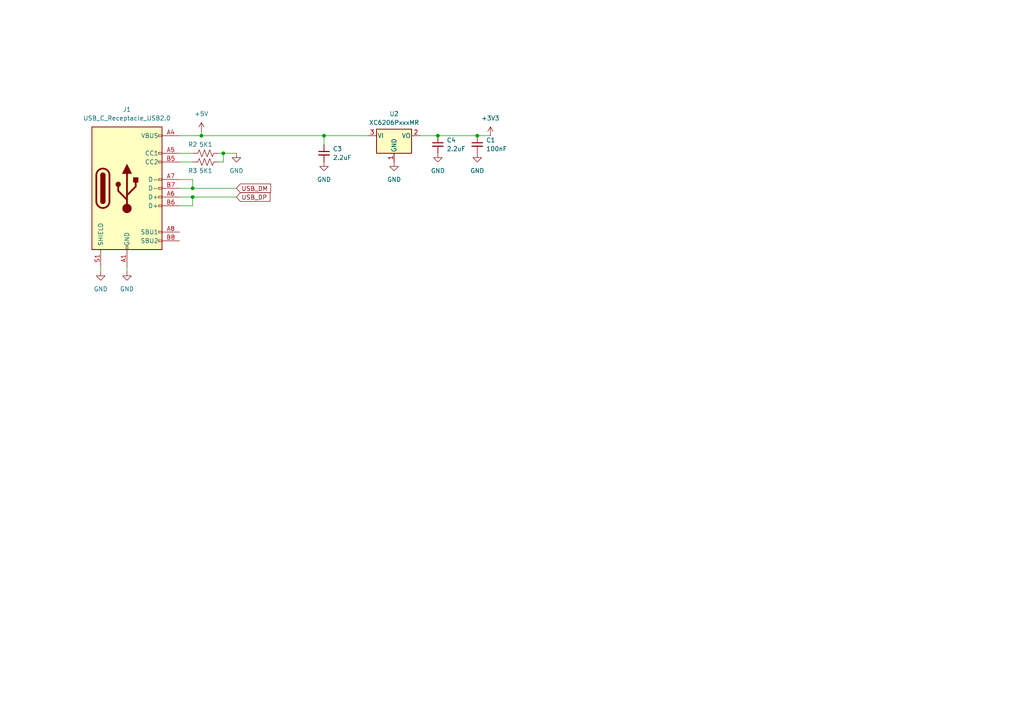
<source format=kicad_sch>
(kicad_sch (version 20250114) (generator "eeschema") (generator_version "9.0")
  (paper "A4")
  (lib_symbols
    (symbol "Connector:USB_C_Receptacle_USB2.0" (pin_names (offset 1.016))
      (property "Reference" "J" (at -10.16 19.05 0))
      (property "Value" "USB_C_Receptacle_USB2.0" (at 19.05 19.05 0))
      (symbol "USB_C_Receptacle_USB2.0_0_0"
        (rectangle (start -0.254 -17.78) (end 0.254 -16.764))
        (rectangle (start 10.16 15.494) (end 9.144 14.986))
        (rectangle (start 10.16 10.414) (end 9.144 9.906))
        (rectangle (start 10.16 7.874) (end 9.144 7.366))
        (rectangle (start 10.16 2.794) (end 9.144 2.286))
        (rectangle (start 10.16 0.254) (end 9.144 -0.254))
        (rectangle (start 10.16 -2.286) (end 9.144 -2.794))
        (rectangle (start 10.16 -4.826) (end 9.144 -5.334))
        (rectangle (start 10.16 -12.446) (end 9.144 -12.954))
        (rectangle (start 10.16 -14.986) (end 9.144 -15.494))
      )
      (symbol "USB_C_Receptacle_USB2.0_0_1"
        (rectangle (start -10.16 17.78) (end 10.16 -17.78) (stroke (width 0.254)) (fill (type background)))
        (polyline (pts (xy -8.89 -3.81) (xy -8.89 3.81)) (stroke (width 0.508)))
        (rectangle (start -7.62 -3.81) (end -6.35 3.81) (stroke (width 0.254)) (fill (type outline)))
        (arc (start -7.62 3.81) (mid -6.985 4.4423) (end -6.35 3.81) (stroke (width 0.254)))
        (arc (start -7.62 3.81) (mid -6.985 4.4423) (end -6.35 3.81) (stroke (width 0.254)) (fill (type outline)))
        (arc (start -8.89 3.81) (mid -6.985 5.7067) (end -5.08 3.81) (stroke (width 0.508)))
        (arc (start -5.08 -3.81) (mid -6.985 -5.7067) (end -8.89 -3.81) (stroke (width 0.508)))
        (arc (start -6.35 -3.81) (mid -6.985 -4.4423) (end -7.62 -3.81) (stroke (width 0.254)))
        (arc (start -6.35 -3.81) (mid -6.985 -4.4423) (end -7.62 -3.81) (stroke (width 0.254)) (fill (type outline)))
        (polyline (pts (xy -5.08 3.81) (xy -5.08 -3.81)) (stroke (width 0.508)))
        (circle (center -2.54 1.143) (radius 0.635) (stroke (width 0.254)) (fill (type outline)))
        (polyline (pts (xy -1.27 4.318) (xy 0 6.858) (xy 1.27 4.318) (xy -1.27 4.318)) (stroke (width 0.254)) (fill (type outline)))
        (polyline (pts (xy 0 -2.032) (xy 2.54 0.508) (xy 2.54 1.778)) (stroke (width 0.508)))
        (polyline (pts (xy 0 -3.302) (xy -2.54 -0.762) (xy -2.54 0.508)) (stroke (width 0.508)))
        (polyline (pts (xy 0 -5.842) (xy 0 4.318)) (stroke (width 0.508)))
        (circle (center 0 -5.842) (radius 1.27) (fill (type outline)))
        (rectangle (start 1.905 1.778) (end 3.175 3.048) (stroke (width 0.254)) (fill (type outline)))
      )
      (symbol "USB_C_Receptacle_USB2.0_1_1"
        (pin passive line (at -7.62 -22.86 90) (length 5.08) (name "SHIELD") (number "S1"))
        (pin passive line (at 0 -22.86 90) (length 5.08) (name "GND") (number "A1"))
        (pin passive line (at 0 -22.86 90) (length 5.08) (hide yes) (name "GND") (number "A12"))
        (pin passive line (at 0 -22.86 90) (length 5.08) (hide yes) (name "GND") (number "B1"))
        (pin passive line (at 0 -22.86 90) (length 5.08) (hide yes) (name "GND") (number "B12"))
        (pin passive line (at 15.24 15.24 180) (length 5.08) (name "VBUS") (number "A4"))
        (pin passive line (at 15.24 15.24 180) (length 5.08) (hide yes) (name "VBUS") (number "A9"))
        (pin passive line (at 15.24 15.24 180) (length 5.08) (hide yes) (name "VBUS") (number "B4"))
        (pin passive line (at 15.24 15.24 180) (length 5.08) (hide yes) (name "VBUS") (number "B9"))
        (pin bidirectional line (at 15.24 10.16 180) (length 5.08) (name "CC1") (number "A5"))
        (pin bidirectional line (at 15.24 7.62 180) (length 5.08) (name "CC2") (number "B5"))
        (pin bidirectional line (at 15.24 2.54 180) (length 5.08) (name "D-") (number "A7"))
        (pin bidirectional line (at 15.24 0 180) (length 5.08) (name "D-") (number "B7"))
        (pin bidirectional line (at 15.24 -2.54 180) (length 5.08) (name "D+") (number "A6"))
        (pin bidirectional line (at 15.24 -5.08 180) (length 5.08) (name "D+") (number "B6"))
        (pin bidirectional line (at 15.24 -12.7 180) (length 5.08) (name "SBU1") (number "A8"))
        (pin bidirectional line (at 15.24 -15.24 180) (length 5.08) (name "SBU2") (number "B8"))
      )
    )
    (symbol "Device:C_Small" (pin_numbers (hide yes)) (pin_names (offset 0.254) (hide yes))
      (property "Reference" "C" (at 0.254 1.778 0))
      (property "Value" "C_Small" (at 0.254 -2.032 0))
      (symbol "C_Small_0_1"
        (polyline (pts (xy -1.524 0.508) (xy 1.524 0.508)) (stroke (width 0.3048)))
        (polyline (pts (xy -1.524 -0.508) (xy 1.524 -0.508)) (stroke (width 0.3302)))
      )
      (symbol "C_Small_1_1"
        (pin passive line (at 0 2.54 270) (length 2.032) (name "~") (number "1"))
        (pin passive line (at 0 -2.54 90) (length 2.032) (name "~") (number "2"))
      )
    )
    (symbol "Device:R_US" (pin_numbers (hide yes)) (pin_names (offset 0))
      (property "Reference" "R" (at 2.54 0 90))
      (property "Value" "R_US" (at -2.54 0 90))
      (symbol "R_US_0_1"
        (polyline (pts (xy 0 2.286) (xy 0 2.54)))
        (polyline (pts (xy 0 2.286) (xy 1.016 1.905) (xy 0 1.524) (xy -1.016 1.143) (xy 0 0.762)))
        (polyline (pts (xy 0 0.762) (xy 1.016 0.381) (xy 0 0) (xy -1.016 -0.381) (xy 0 -0.762)))
        (polyline (pts (xy 0 -0.762) (xy 1.016 -1.143) (xy 0 -1.524) (xy -1.016 -1.905) (xy 0 -2.286)))
        (polyline (pts (xy 0 -2.286) (xy 0 -2.54)))
      )
      (symbol "R_US_1_1"
        (pin passive line (at 0 3.81 270) (length 1.27) (name "~") (number "1"))
        (pin passive line (at 0 -3.81 90) (length 1.27) (name "~") (number "2"))
      )
    )
    (symbol "Regulator_Linear:XC6206PxxxMR" (pin_names (offset 0.254))
      (property "Reference" "U" (at -3.81 3.175 0))
      (property "Value" "XC6206PxxxMR" (at 0 3.175 0))
      (symbol "XC6206PxxxMR_0_1"
        (rectangle (start -5.08 1.905) (end 5.08 -5.08) (stroke (width 0.254)) (fill (type background)))
      )
      (symbol "XC6206PxxxMR_1_1"
        (pin power_in line (at -7.62 0 0) (length 2.54) (name "VI") (number "3"))
        (pin power_in line (at 0 -7.62 90) (length 2.54) (name "GND") (number "1"))
        (pin power_out line (at 7.62 0 180) (length 2.54) (name "VO") (number "2"))
      )
    )
    (symbol "power:+3V3" (power) (pin_numbers (hide yes)) (pin_names (offset 0) (hide yes))
      (property "Value" "+3V3" (at 0 3.556 0))
      (symbol "+3V3_0_1"
        (polyline (pts (xy -0.762 1.27) (xy 0 2.54)))
        (polyline (pts (xy 0 2.54) (xy 0.762 1.27)))
        (polyline (pts (xy 0 0) (xy 0 2.54)))
      )
      (symbol "+3V3_1_1"
        (pin power_in line (at 0 0 90) (length 0) (name "~") (number "1"))
      )
    )
    (symbol "power:+5V" (power) (pin_numbers (hide yes)) (pin_names (offset 0) (hide yes))
      (property "Value" "+5V" (at 0 3.556 0))
      (symbol "+5V_0_1"
        (polyline (pts (xy -0.762 1.27) (xy 0 2.54)))
        (polyline (pts (xy 0 2.54) (xy 0.762 1.27)))
        (polyline (pts (xy 0 0) (xy 0 2.54)))
      )
      (symbol "+5V_1_1"
        (pin power_in line (at 0 0 90) (length 0) (name "~") (number "1"))
      )
    )
    (symbol "power:GND" (power) (pin_names (offset 0))
      (property "Value" "GND" (at 0 -3.81 0))
      (symbol "GND_0_1"
        (polyline (pts (xy 0 0) (xy 0 -1.27) (xy 1.27 -1.27) (xy 0 -2.54) (xy -1.27 -1.27) (xy 0 -1.27)))
      )
      (symbol "GND_1_1"
        (pin power_in line (at 0 0 270) (length 0) (hide yes) (name "GND") (number "1"))
      )
    )
  )
  (junction (at 55.88 57.15))
  (junction (at 64.77 44.45))
  (junction (at 127 39.37))
  (junction (at 93.98 39.37))
  (junction (at 138.43 39.37))
  (junction (at 58.42 39.37))
  (junction (at 55.88 54.61))
  (wire (pts (xy 58.42 38.1) (xy 58.42 39.37)))
  (wire (pts (xy 55.88 52.07) (xy 55.88 54.61)))
  (wire (pts (xy 64.77 44.45) (xy 68.58 44.45)))
  (wire (pts (xy 63.5 44.45) (xy 64.77 44.45)))
  (wire (pts (xy 52.07 52.07) (xy 55.88 52.07)))
  (wire (pts (xy 93.98 39.37) (xy 106.68 39.37)))
  (wire (pts (xy 52.07 59.69) (xy 55.88 59.69)))
  (wire (pts (xy 58.42 39.37) (xy 52.07 39.37)))
  (wire (pts (xy 55.88 59.69) (xy 55.88 57.15)))
  (wire (pts (xy 55.88 57.15) (xy 68.58 57.15)))
  (wire (pts (xy 121.92 39.37) (xy 127 39.37)))
  (wire (pts (xy 36.83 77.47) (xy 36.83 78.74)))
  (wire (pts (xy 52.07 44.45) (xy 55.88 44.45)))
  (wire (pts (xy 93.98 39.37) (xy 93.98 41.91)))
  (wire (pts (xy 63.5 46.99) (xy 64.77 46.99)))
  (wire (pts (xy 58.42 39.37) (xy 93.98 39.37)))
  (wire (pts (xy 52.07 46.99) (xy 55.88 46.99)))
  (wire (pts (xy 52.07 54.61) (xy 55.88 54.61)))
  (wire (pts (xy 52.07 57.15) (xy 55.88 57.15)))
  (wire (pts (xy 64.77 46.99) (xy 64.77 44.45)))
  (wire (pts (xy 55.88 54.61) (xy 68.58 54.61)))
  (wire (pts (xy 29.21 78.74) (xy 29.21 77.47)))
  (wire (pts (xy 127 39.37) (xy 138.43 39.37)))
  (wire (pts (xy 138.43 39.37) (xy 142.24 39.37)))
  (global_label "USB_DM" (shape input) (at 68.58 54.61 0) (property "Intersheetrefs" "${INTERSHEET_REFS}" (effects (hide yes))))
  (global_label "USB_DP" (shape input) (at 68.58 57.15 0) (property "Intersheetrefs" "${INTERSHEET_REFS}" (effects (hide yes))))
  (symbol (lib_id "power:GND") (at 127 44.45 0) (unit 1)
    (property "Reference" "#PWR010" (effects (hide yes)))
    (property "Value" "GND" (at 127 49.53 0))
    (property "Description" "Power symbol creates a global label with name \"GND\" , ground" (effects (hide yes)))
  )
  (symbol (lib_id "Device:C_Small") (at 127 41.91 0) (unit 1)
    (property "Reference" "C4" (at 129.54 40.6463 0) (effects (justify left)))
    (property "Value" "2.2uF" (at 129.54 43.18 0) (effects (justify left)))
    (property "Footprint" "Capacitor_SMD:C_0805_2012Metric" (effects (hide yes)))
  )
  (symbol (lib_id "Regulator_Linear:XC6206PxxxMR") (at 114.3 39.37 0) (unit 1)
    (property "Reference" "U2" (at 114.3 33.02 0))
    (property "Value" "XC6206PxxxMR" (at 114.3 35.56 0))
    (property "Footprint" "Package_TO_SOT_SMD:SOT-23-3" (effects (hide yes)))
    (property "Datasheet" "https://www.torexsemi.com/file/xc6206/XC6206.pdf" (effects (hide yes)))
    (property "Description" "Positive 60-250mA Low Dropout Regulator, Fixed Output, SOT-23" (effects (hide yes)))
  )
  (symbol (lib_id "power:GND") (at 68.58 44.45 0) (unit 1)
    (property "Reference" "#PWR06" (effects (hide yes)))
    (property "Value" "GND" (at 68.58 49.53 0))
  )
  (symbol (lib_id "power:GND") (at 93.98 46.99 0) (unit 1)
    (property "Reference" "#PWR09" (effects (hide yes)))
    (property "Value" "GND" (at 93.98 52.07 0))
    (property "Description" "Power symbol creates a global label with name \"GND\" , ground" (effects (hide yes)))
  )
  (symbol (lib_id "power:+5V") (at 58.42 38.1 0) (unit 1)
    (property "Reference" "#PWR05" (effects (hide yes)))
    (property "Value" "+5V" (at 58.42 33.02 0))
    (property "Description" "Power symbol creates a global label with name \"+5V\"" (effects (hide yes)))
  )
  (symbol (lib_id "Device:C_Small") (at 93.98 44.45 0) (unit 1)
    (property "Reference" "C3" (at 96.52 43.1863 0) (effects (justify left)))
    (property "Value" "2.2uF" (at 96.52 45.72 0) (effects (justify left)))
    (property "Footprint" "Capacitor_SMD:C_0805_2012Metric" (effects (hide yes)))
  )
  (symbol (lib_id "Connector:USB_C_Receptacle_USB2.0") (at 36.83 54.61 0) (unit 1)
    (property "Reference" "J1" (at 36.83 31.75 0))
    (property "Value" "USB_C_Receptacle_USB2.0" (at 36.83 34.29 0))
    (property "Footprint" "Connector_USB:USB_C_Receptacle_HRO_TYPE-C-31-M-12" (effects (hide yes)))
    (property "Datasheet" "https://www.usb.org/sites/default/files/documents/usb_type-c.zip" (effects (hide yes)))
  )
  (symbol (lib_id "power:GND") (at 138.43 44.45 0) (unit 1)
    (property "Reference" "#PWR03" (effects (hide yes)))
    (property "Value" "GND" (at 138.43 49.53 0))
    (property "Description" "Power symbol creates a global label with name \"GND\" , ground" (effects (hide yes)))
  )
  (symbol (lib_id "power:GND") (at 36.83 78.74 0) (unit 1)
    (property "Reference" "#PWR014" (effects (hide yes)))
    (property "Value" "GND" (at 36.83 83.82 0))
  )
  (symbol (lib_id "Device:C_Small") (at 138.43 41.91 0) (unit 1)
    (property "Reference" "C1" (at 140.97 40.6463 0) (effects (justify left)))
    (property "Value" "100nF" (at 140.97 43.18 0) (effects (justify left)))
    (property "Footprint" "Capacitor_SMD:C_0805_2012Metric" (effects (hide yes)))
  )
  (symbol (lib_id "Device:R_US") (at 59.69 46.99 90) (unit 1)
    (property "Reference" "R3" (at 55.88 49.53 90))
    (property "Value" "5K1" (at 59.69 49.53 90))
    (property "Footprint" "Resistor_SMD:R_0805_2012Metric" (effects (hide yes)))
  )
  (symbol (lib_id "power:+3V3") (at 142.24 39.37 0) (unit 1)
    (property "Reference" "#PWR08" (effects (hide yes)))
    (property "Value" "+3V3" (at 142.24 34.29 0))
    (property "Description" "Power symbol creates a global label with name \"+3V3\"" (effects (hide yes)))
  )
  (symbol (lib_id "Device:R_US") (at 59.69 44.45 90) (unit 1)
    (property "Reference" "R2" (at 55.88 41.91 90))
    (property "Value" "5K1" (at 59.69 41.91 90))
    (property "Footprint" "Resistor_SMD:R_0805_2012Metric" (effects (hide yes)))
  )
  (symbol (lib_id "power:GND") (at 114.3 46.99 0) (unit 1)
    (property "Reference" "#PWR012" (effects (hide yes)))
    (property "Value" "GND" (at 114.3 52.07 0))
    (property "Description" "Power symbol creates a global label with name \"GND\" , ground" (effects (hide yes)))
  )
  (symbol (lib_id "power:GND") (at 29.21 78.74 0) (unit 1)
    (property "Reference" "#PWR013" (effects (hide yes)))
    (property "Value" "GND" (at 29.21 83.82 0))
  )
)
</source>
